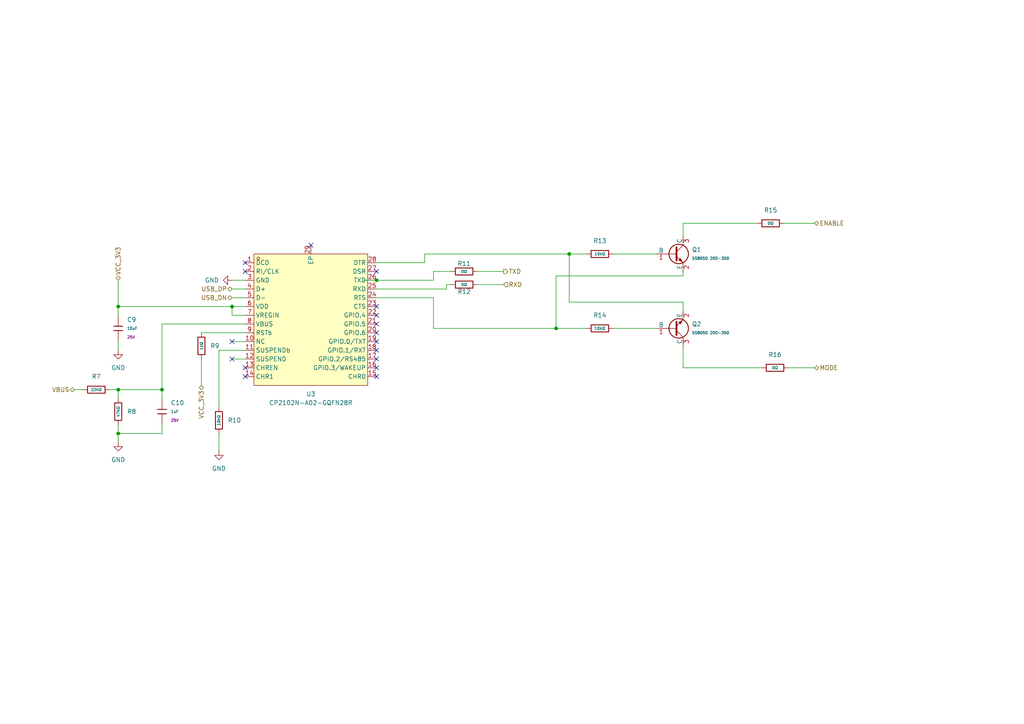
<source format=kicad_sch>
(kicad_sch (version 20250114) (generator "eeschema") (generator_version "9.0")
  (paper "A4")
  (lib_symbols
    (symbol "PCM_JLCPCB-Capacitors:0402,1uF" (pin_numbers (hide yes)) (pin_names (offset 0))
      (property "Reference" "C" (at 2.032 1.668 0))
      (property "Value" "1uF" (at 2.032 -0.3782 0))
      (property "Voltage Rated" "25V" (at 2.032 -2.0462 0))
      (symbol "0402,1uF_0_1"
        (polyline (pts (xy -1.27 0.635) (xy 1.27 0.635)) (stroke (width 0.254)))
        (polyline (pts (xy -1.27 -0.635) (xy 1.27 -0.635)) (stroke (width 0.254)))
      )
      (symbol "0402,1uF_1_1"
        (pin passive line (at 0 3.81 270) (length 3.175) (name "~") (number "1"))
        (pin passive line (at 0 -3.81 90) (length 3.175) (name "~") (number "2"))
      )
    )
    (symbol "PCM_JLCPCB-Capacitors:0603,10uF,(2)" (pin_numbers (hide yes)) (pin_names (offset 0))
      (property "Reference" "C" (at 2.032 1.668 0))
      (property "Value" "10uF" (at 2.032 -0.3782 0))
      (property "Voltage Rated" "25V" (at 2.032 -2.0462 0))
      (symbol "0603,10uF,(2)_0_1"
        (polyline (pts (xy -1.27 0.635) (xy 1.27 0.635)) (stroke (width 0.254)))
        (polyline (pts (xy -1.27 -0.635) (xy 1.27 -0.635)) (stroke (width 0.254)))
      )
      (symbol "0603,10uF,(2)_1_1"
        (pin passive line (at 0 3.81 270) (length 3.175) (name "~") (number "1"))
        (pin passive line (at 0 -3.81 90) (length 3.175) (name "~") (number "2"))
      )
    )
    (symbol "PCM_JLCPCB-Resistors:0402,0Ω" (pin_numbers (hide yes)) (pin_names (offset 0))
      (property "Reference" "R" (at 1.778 0 0))
      (property "Value" "0Ω" (at 0 0 90))
      (symbol "0402,0Ω_0_1"
        (rectangle (start -1.016 2.54) (end 1.016 -2.54) (stroke (width 0.254)))
      )
      (symbol "0402,0Ω_1_1"
        (pin passive line (at 0 3.81 270) (length 1.27) (name "~") (number "1"))
        (pin passive line (at 0 -3.81 90) (length 1.27) (name "~") (number "2"))
      )
    )
    (symbol "PCM_JLCPCB-Resistors:0402,10kΩ" (pin_numbers (hide yes)) (pin_names (offset 0))
      (property "Reference" "R" (at 1.778 0 0))
      (property "Value" "10kΩ" (at 0 0 90))
      (symbol "0402,10kΩ_0_1"
        (rectangle (start -1.016 2.54) (end 1.016 -2.54) (stroke (width 0.254)))
      )
      (symbol "0402,10kΩ_1_1"
        (pin passive line (at 0 3.81 270) (length 1.27) (name "~") (number "1"))
        (pin passive line (at 0 -3.81 90) (length 1.27) (name "~") (number "2"))
      )
    )
    (symbol "PCM_JLCPCB-Resistors:0402,1kΩ" (pin_numbers (hide yes)) (pin_names (offset 0))
      (property "Reference" "R" (at 1.778 0 0))
      (property "Value" "1kΩ" (at 0 0 90))
      (symbol "0402,1kΩ_0_1"
        (rectangle (start -1.016 2.54) (end 1.016 -2.54) (stroke (width 0.254)))
      )
      (symbol "0402,1kΩ_1_1"
        (pin passive line (at 0 3.81 270) (length 1.27) (name "~") (number "1"))
        (pin passive line (at 0 -3.81 90) (length 1.27) (name "~") (number "2"))
      )
    )
    (symbol "PCM_JLCPCB-Resistors:0402,22kΩ" (pin_numbers (hide yes)) (pin_names (offset 0))
      (property "Reference" "R" (at 1.778 0 0))
      (property "Value" "22kΩ" (at 0 0 90))
      (symbol "0402,22kΩ_0_1"
        (rectangle (start -1.016 2.54) (end 1.016 -2.54) (stroke (width 0.254)))
      )
      (symbol "0402,22kΩ_1_1"
        (pin passive line (at 0 3.81 270) (length 1.27) (name "~") (number "1"))
        (pin passive line (at 0 -3.81 90) (length 1.27) (name "~") (number "2"))
      )
    )
    (symbol "PCM_JLCPCB-Resistors:0402,47kΩ" (pin_numbers (hide yes)) (pin_names (offset 0))
      (property "Reference" "R" (at 1.778 0 0))
      (property "Value" "47kΩ" (at 0 0 90))
      (symbol "0402,47kΩ_0_1"
        (rectangle (start -1.016 2.54) (end 1.016 -2.54) (stroke (width 0.254)))
      )
      (symbol "0402,47kΩ_1_1"
        (pin passive line (at 0 3.81 270) (length 1.27) (name "~") (number "1"))
        (pin passive line (at 0 -3.81 90) (length 1.27) (name "~") (number "2"))
      )
    )
    (symbol "PCM_JLCPCB-Transistors:NPN,SS8050 200-350" (pin_names (offset 0))
      (property "Reference" "Q" (at 4.8514 0.834 0))
      (property "Value" "SS8050 200-350" (at 4.8514 -1.2122 0))
      (symbol "NPN,SS8050 200-350_0_1"
        (polyline (pts (xy -2.54 0) (xy 0.635 0)) (stroke (width 0.1524)))
        (polyline (pts (xy 0.635 1.905) (xy 0.635 -1.905) (xy 0.635 -1.905)) (stroke (width 0.508)))
        (polyline (pts (xy 0.635 0.635) (xy 2.54 2.54)))
        (polyline (pts (xy 0.635 -0.635) (xy 2.54 -2.54) (xy 2.54 -2.54)))
        (circle (center 1.27 0) (radius 2.8194) (stroke (width 0.254)))
        (polyline (pts (xy 1.27 -1.778) (xy 1.778 -1.27) (xy 2.286 -2.286) (xy 1.27 -1.778) (xy 1.27 -1.778)) (fill (type outline)))
        (polyline (pts (xy 2.794 -1.27) (xy 2.794 -1.27)) (stroke (width 0.1524)))
        (polyline (pts (xy 2.794 -1.27) (xy 2.794 -1.27)) (stroke (width 0.1524)))
      )
      (symbol "NPN,SS8050 200-350_1_1"
        (pin input line (at -5.08 0 0) (length 2.54) (name "B") (number "1"))
        (pin open_collector line (at 2.54 5.08 270) (length 2.54) (name "C") (number "3"))
        (pin open_emitter line (at 2.54 -5.08 90) (length 2.54) (name "E") (number "2"))
      )
    )
    (symbol "lcsc-lib:CP2102N-A02-GQFN28R"
      (property "Reference" "U" (at 0 26.67 0))
      (property "Value" "CP2102N-A02-GQFN28R" (at 0 -21.59 0))
      (symbol "CP2102N-A02-GQFN28R_0_1"
        (rectangle (start -16.51 19.05) (end 16.51 -19.05) (fill (type background)))
        (circle (center -15.24 17.78) (radius 0.38))
        (pin unspecified line (at -19.05 16.51 0) (length 2.54) (name "DCD") (number "1"))
        (pin unspecified line (at -19.05 13.97 0) (length 2.54) (name "RI/CLK") (number "2"))
        (pin unspecified line (at -19.05 11.43 0) (length 2.54) (name "GND") (number "3"))
        (pin unspecified line (at -19.05 8.89 0) (length 2.54) (name "D+") (number "4"))
        (pin unspecified line (at -19.05 6.35 0) (length 2.54) (name "D-") (number "5"))
        (pin unspecified line (at -19.05 3.81 0) (length 2.54) (name "VDD") (number "6"))
        (pin unspecified line (at -19.05 1.27 0) (length 2.54) (name "VREGIN") (number "7"))
        (pin unspecified line (at -19.05 -1.27 0) (length 2.54) (name "VBUS") (number "8"))
        (pin unspecified line (at -19.05 -3.81 0) (length 2.54) (name "RSTb") (number "9"))
        (pin unspecified line (at -19.05 -6.35 0) (length 2.54) (name "NC") (number "10"))
        (pin unspecified line (at -19.05 -8.89 0) (length 2.54) (name "SUSPENDb") (number "11"))
        (pin unspecified line (at -19.05 -11.43 0) (length 2.54) (name "SUSPEND") (number "12"))
        (pin unspecified line (at -19.05 -13.97 0) (length 2.54) (name "CHREN") (number "13"))
        (pin unspecified line (at -19.05 -16.51 0) (length 2.54) (name "CHR1") (number "14"))
        (pin unspecified line (at 0 21.59 270) (length 2.54) (name "EP") (number "29"))
        (pin unspecified line (at 19.05 16.51 180) (length 2.54) (name "DTR") (number "28"))
        (pin unspecified line (at 19.05 13.97 180) (length 2.54) (name "DSR") (number "27"))
        (pin unspecified line (at 19.05 11.43 180) (length 2.54) (name "TXD") (number "26"))
        (pin unspecified line (at 19.05 8.89 180) (length 2.54) (name "RXD") (number "25"))
        (pin unspecified line (at 19.05 6.35 180) (length 2.54) (name "RTS") (number "24"))
        (pin unspecified line (at 19.05 3.81 180) (length 2.54) (name "CTS") (number "23"))
        (pin unspecified line (at 19.05 1.27 180) (length 2.54) (name "GPIO.4") (number "22"))
        (pin unspecified line (at 19.05 -1.27 180) (length 2.54) (name "GPIO.5") (number "21"))
        (pin unspecified line (at 19.05 -3.81 180) (length 2.54) (name "GPIO.6") (number "20"))
        (pin unspecified line (at 19.05 -6.35 180) (length 2.54) (name "GPIO.0/TXT") (number "19"))
        (pin unspecified line (at 19.05 -8.89 180) (length 2.54) (name "GPIO.1/RXT") (number "18"))
        (pin unspecified line (at 19.05 -11.43 180) (length 2.54) (name "GPIO.2/RS485") (number "17"))
        (pin unspecified line (at 19.05 -13.97 180) (length 2.54) (name "GPIO.3/WAKEUP") (number "16"))
        (pin unspecified line (at 19.05 -16.51 180) (length 2.54) (name "CHR0") (number "15"))
      )
    )
    (symbol "power:GND" (power) (pin_numbers (hide yes)) (pin_names (offset 0) (hide yes))
      (property "Value" "GND" (at 0 -3.81 0))
      (symbol "GND_0_1"
        (polyline (pts (xy 0 0) (xy 0 -1.27) (xy 1.27 -1.27) (xy 0 -2.54) (xy -1.27 -1.27) (xy 0 -1.27)))
      )
      (symbol "GND_1_1"
        (pin power_in line (at 0 0 270) (length 0) (name "~") (number "1"))
      )
    )
  )
  (junction (at 34.29 113.03))
  (junction (at 34.29 125.73))
  (junction (at 46.99 113.03))
  (junction (at 67.31 88.9))
  (junction (at 165.1 73.66))
  (junction (at 34.29 88.9))
  (junction (at 161.29 95.25))
  (junction (at 109.22 81.28))
  (no_connect (at 109.22 96.52))
  (no_connect (at 109.22 99.06))
  (no_connect (at 71.12 76.2))
  (no_connect (at 109.22 88.9))
  (no_connect (at 109.22 101.6))
  (no_connect (at 67.31 99.06))
  (no_connect (at 109.22 106.68))
  (no_connect (at 67.31 104.14))
  (no_connect (at 109.22 93.98))
  (no_connect (at 90.17 71.12))
  (no_connect (at 109.22 104.14))
  (no_connect (at 109.22 91.44))
  (no_connect (at 71.12 78.74))
  (no_connect (at 71.12 106.68))
  (no_connect (at 109.22 109.22))
  (no_connect (at 71.12 109.22))
  (no_connect (at 109.22 78.74))
  (wire (pts (xy 46.99 123.19) (xy 46.99 125.73)))
  (wire (pts (xy 71.12 93.98) (xy 46.99 93.98)))
  (wire (pts (xy 123.19 73.66) (xy 165.1 73.66)))
  (wire (pts (xy 125.73 81.28) (xy 109.22 81.28)))
  (wire (pts (xy 198.12 78.74) (xy 198.12 80.01)))
  (wire (pts (xy 161.29 95.25) (xy 170.18 95.25)))
  (wire (pts (xy 34.29 88.9) (xy 67.31 88.9)))
  (wire (pts (xy 177.8 73.66) (xy 190.5 73.66)))
  (wire (pts (xy 46.99 93.98) (xy 46.99 113.03)))
  (wire (pts (xy 129.54 83.82) (xy 109.22 83.82)))
  (wire (pts (xy 165.1 87.63) (xy 165.1 73.66)))
  (wire (pts (xy 123.19 73.66) (xy 123.19 76.2)))
  (wire (pts (xy 125.73 95.25) (xy 125.73 86.36)))
  (wire (pts (xy 165.1 73.66) (xy 170.18 73.66)))
  (wire (pts (xy 58.42 104.14) (xy 58.42 111.76)))
  (wire (pts (xy 125.73 78.74) (xy 125.73 81.28)))
  (wire (pts (xy 46.99 115.57) (xy 46.99 113.03)))
  (wire (pts (xy 34.29 125.73) (xy 46.99 125.73)))
  (wire (pts (xy 58.42 96.52) (xy 71.12 96.52)))
  (wire (pts (xy 71.12 88.9) (xy 67.31 88.9)))
  (wire (pts (xy 67.31 91.44) (xy 71.12 91.44)))
  (wire (pts (xy 34.29 88.9) (xy 34.29 91.44)))
  (wire (pts (xy 67.31 88.9) (xy 67.31 91.44)))
  (wire (pts (xy 198.12 64.77) (xy 219.71 64.77)))
  (wire (pts (xy 34.29 125.73) (xy 34.29 128.27)))
  (wire (pts (xy 21.59 113.03) (xy 24.13 113.03)))
  (wire (pts (xy 63.5 125.73) (xy 63.5 130.81)))
  (wire (pts (xy 67.31 83.82) (xy 71.12 83.82)))
  (wire (pts (xy 198.12 80.01) (xy 161.29 80.01)))
  (wire (pts (xy 177.8 95.25) (xy 190.5 95.25)))
  (wire (pts (xy 198.12 90.17) (xy 198.12 87.63)))
  (wire (pts (xy 198.12 100.33) (xy 198.12 106.68)))
  (wire (pts (xy 71.12 101.6) (xy 63.5 101.6)))
  (wire (pts (xy 129.54 82.55) (xy 130.81 82.55)))
  (wire (pts (xy 67.31 81.28) (xy 71.12 81.28)))
  (wire (pts (xy 63.5 101.6) (xy 63.5 118.11)))
  (wire (pts (xy 227.33 64.77) (xy 236.22 64.77)))
  (wire (pts (xy 129.54 82.55) (xy 129.54 83.82)))
  (wire (pts (xy 34.29 113.03) (xy 34.29 115.57)))
  (wire (pts (xy 125.73 95.25) (xy 161.29 95.25)))
  (wire (pts (xy 138.43 78.74) (xy 146.05 78.74)))
  (wire (pts (xy 138.43 82.55) (xy 146.05 82.55)))
  (wire (pts (xy 125.73 86.36) (xy 109.22 86.36)))
  (wire (pts (xy 67.31 86.36) (xy 71.12 86.36)))
  (wire (pts (xy 67.31 99.06) (xy 71.12 99.06)))
  (wire (pts (xy 161.29 80.01) (xy 161.29 95.25)))
  (wire (pts (xy 34.29 123.19) (xy 34.29 125.73)))
  (wire (pts (xy 31.75 113.03) (xy 34.29 113.03)))
  (wire (pts (xy 34.29 113.03) (xy 46.99 113.03)))
  (wire (pts (xy 228.6 106.68) (xy 236.22 106.68)))
  (wire (pts (xy 34.29 99.06) (xy 34.29 101.6)))
  (wire (pts (xy 123.19 76.2) (xy 109.22 76.2)))
  (wire (pts (xy 198.12 68.58) (xy 198.12 64.77)))
  (wire (pts (xy 125.73 78.74) (xy 130.81 78.74)))
  (wire (pts (xy 198.12 106.68) (xy 220.98 106.68)))
  (wire (pts (xy 105.41 81.28) (xy 109.22 81.28)))
  (wire (pts (xy 67.31 104.14) (xy 71.12 104.14)))
  (wire (pts (xy 34.29 81.28) (xy 34.29 88.9)))
  (wire (pts (xy 198.12 87.63) (xy 165.1 87.63)))
  (hierarchical_label "USB_DP" (shape bidirectional) (at 67.31 83.82 180))
  (hierarchical_label "MODE" (shape bidirectional) (at 236.22 106.68 0))
  (hierarchical_label "VCC_3V3" (shape bidirectional) (at 34.29 81.28 90))
  (hierarchical_label "RXD" (shape input) (at 146.05 82.55 0))
  (hierarchical_label "VBUS" (shape bidirectional) (at 21.59 113.03 180))
  (hierarchical_label "TXD" (shape output) (at 146.05 78.74 0))
  (hierarchical_label "VCC_3V3" (shape bidirectional) (at 58.42 111.76 270))
  (hierarchical_label "USB_DN" (shape bidirectional) (at 67.31 86.36 180))
  (hierarchical_label "ENABLE" (shape bidirectional) (at 236.22 64.77 0))
  (symbol (lib_id "PCM_JLCPCB-Resistors:0402,47kΩ") (at 34.29 119.38 0) (unit 1)
    (property "Reference" "R8" (at 36.83 119.3799 0) (effects (justify left)))
    (property "Value" "47kΩ" (at 34.29 119.38 90) (effects (font (size 0.8 0.8))))
    (property "Footprint" "PCM_JLCPCB:R_0402" (effects (hide yes)))
    (property "Datasheet" "https://www.lcsc.com/datasheet/lcsc_datasheet_2206010100_UNI-ROYAL-Uniroyal-Elec-0402WGF4702TCE_C25792.pdf" (effects (hide yes)))
    (property "Description" "62.5mW Thick Film Resistors 50V ±100ppm/°C ±1% 47kΩ 0402 Chip Resistor - Surface Mount ROHS" (effects (hide yes)))
    (property "LCSC" "C25792" (effects (hide yes)))
    (property "Stock" "2583357" (effects (hide yes)))
    (property "Price" "0.004USD" (effects (hide yes)))
    (property "Process" "SMT" (effects (hide yes)))
    (property "Minimum Qty" "20" (effects (hide yes)))
    (property "Attrition Qty" "10" (effects (hide yes)))
    (property "Class" "Basic Component" (effects (hide yes)))
    (property "Category" "Resistors,Chip Resistor - Surface Mount" (effects (hide yes)))
    (property "Manufacturer" "UNI-ROYAL(Uniroyal Elec)" (effects (hide yes)))
    (property "Part" "0402WGF4702TCE" (effects (hide yes)))
    (property "Resistance" "47kΩ" (effects (hide yes)))
    (property "Power(Watts)" "62.5mW" (effects (hide yes)))
    (property "Type" "Thick Film Resistors" (effects (hide yes)))
    (property "Overload Voltage (Max)" "50V" (effects (hide yes)))
    (property "Operating Temperature Range" "-55°C~+155°C" (effects (hide yes)))
    (property "Tolerance" "±1%" (effects (hide yes)))
    (property "Temperature Coefficient" "±100ppm/°C" (effects (hide yes)))
  )
  (symbol (lib_id "power:GND") (at 34.29 101.6 0) (unit 1)
    (property "Reference" "#PWR023" (effects (hide yes)))
    (property "Value" "GND" (at 34.29 106.68 0))
    (property "Description" "Power symbol creates a global label with name \"GND\" , ground" (effects (hide yes)))
  )
  (symbol (lib_id "PCM_JLCPCB-Resistors:0402,0Ω") (at 223.52 64.77 90) (unit 1)
    (property "Reference" "R15" (at 223.52 60.96 90))
    (property "Value" "0Ω" (at 223.52 64.77 90) (effects (font (size 0.8 0.8))))
    (property "Footprint" "PCM_JLCPCB:R_0402" (effects (hide yes)))
    (property "Datasheet" "https://www.lcsc.com/datasheet/lcsc_datasheet_2206010216_UNI-ROYAL-Uniroyal-Elec-0402WGF0000TCE_C17168.pdf" (effects (hide yes)))
    (property "Description" "62.5mW Thick Film Resistors 50V ±800ppm/°C ±1% 0Ω 0402 Chip Resistor - Surface Mount ROHS" (effects (hide yes)))
    (property "LCSC" "C17168" (effects (hide yes)))
    (property "Stock" "3523035" (effects (hide yes)))
    (property "Price" "0.004USD" (effects (hide yes)))
    (property "Process" "SMT" (effects (hide yes)))
    (property "Minimum Qty" "20" (effects (hide yes)))
    (property "Attrition Qty" "10" (effects (hide yes)))
    (property "Class" "Basic Component" (effects (hide yes)))
    (property "Category" "Resistors,Chip Resistor - Surface Mount" (effects (hide yes)))
    (property "Manufacturer" "UNI-ROYAL(Uniroyal Elec)" (effects (hide yes)))
    (property "Part" "0402WGF0000TCE" (effects (hide yes)))
    (property "Resistance" "0Ω" (effects (hide yes)))
    (property "Power(Watts)" "62.5mW" (effects (hide yes)))
    (property "Type" "Thick Film Resistors" (effects (hide yes)))
    (property "Overload Voltage (Max)" "50V" (effects (hide yes)))
    (property "Operating Temperature Range" "-55°C~+155°C" (effects (hide yes)))
    (property "Tolerance" "±1%" (effects (hide yes)))
    (property "Temperature Coefficient" "±800ppm/°C" (effects (hide yes)))
  )
  (symbol (lib_id "PCM_JLCPCB-Resistors:0402,0Ω") (at 134.62 82.55 90) (unit 1)
    (property "Reference" "R12" (at 134.62 84.582 90))
    (property "Value" "0Ω" (at 134.62 82.55 90) (effects (font (size 0.8 0.8))))
    (property "Footprint" "PCM_JLCPCB:R_0402" (effects (hide yes)))
    (property "Datasheet" "https://www.lcsc.com/datasheet/lcsc_datasheet_2206010216_UNI-ROYAL-Uniroyal-Elec-0402WGF0000TCE_C17168.pdf" (effects (hide yes)))
    (property "Description" "62.5mW Thick Film Resistors 50V ±800ppm/°C ±1% 0Ω 0402 Chip Resistor - Surface Mount ROHS" (effects (hide yes)))
    (property "LCSC" "C17168" (effects (hide yes)))
    (property "Stock" "3523035" (effects (hide yes)))
    (property "Price" "0.004USD" (effects (hide yes)))
    (property "Process" "SMT" (effects (hide yes)))
    (property "Minimum Qty" "20" (effects (hide yes)))
    (property "Attrition Qty" "10" (effects (hide yes)))
    (property "Class" "Basic Component" (effects (hide yes)))
    (property "Category" "Resistors,Chip Resistor - Surface Mount" (effects (hide yes)))
    (property "Manufacturer" "UNI-ROYAL(Uniroyal Elec)" (effects (hide yes)))
    (property "Part" "0402WGF0000TCE" (effects (hide yes)))
    (property "Resistance" "0Ω" (effects (hide yes)))
    (property "Power(Watts)" "62.5mW" (effects (hide yes)))
    (property "Type" "Thick Film Resistors" (effects (hide yes)))
    (property "Overload Voltage (Max)" "50V" (effects (hide yes)))
    (property "Operating Temperature Range" "-55°C~+155°C" (effects (hide yes)))
    (property "Tolerance" "±1%" (effects (hide yes)))
    (property "Temperature Coefficient" "±800ppm/°C" (effects (hide yes)))
  )
  (symbol (lib_id "PCM_JLCPCB-Resistors:0402,10kΩ") (at 173.99 95.25 90) (unit 1)
    (property "Reference" "R14" (at 173.99 91.44 90))
    (property "Value" "10kΩ" (at 173.99 95.25 90) (effects (font (size 0.8 0.8))))
    (property "Footprint" "PCM_JLCPCB:R_0402" (effects (hide yes)))
    (property "Datasheet" "https://www.lcsc.com/datasheet/lcsc_datasheet_2411221126_UNI-ROYAL-Uniroyal-Elec-0402WGF1002TCE_C25744.pdf" (effects (hide yes)))
    (property "Description" "62.5mW Thick Film Resistors 50V ±100ppm/°C ±1% 10kΩ 0402 Chip Resistor - Surface Mount ROHS" (effects (hide yes)))
    (property "LCSC" "C25744" (effects (hide yes)))
    (property "Stock" "12538402" (effects (hide yes)))
    (property "Price" "0.004USD" (effects (hide yes)))
    (property "Process" "SMT" (effects (hide yes)))
    (property "Minimum Qty" "5" (effects (hide yes)))
    (property "Attrition Qty" "10" (effects (hide yes)))
    (property "Class" "Basic Component" (effects (hide yes)))
    (property "Category" "Resistors,Chip Resistor - Surface Mount" (effects (hide yes)))
    (property "Manufacturer" "UNI-ROYAL(Uniroyal Elec)" (effects (hide yes)))
    (property "Part" "0402WGF1002TCE" (effects (hide yes)))
    (property "Resistance" "10kΩ" (effects (hide yes)))
    (property "Power(Watts)" "62.5mW" (effects (hide yes)))
    (property "Type" "Thick Film Resistors" (effects (hide yes)))
    (property "Overload Voltage (Max)" "50V" (effects (hide yes)))
    (property "Operating Temperature Range" "-55°C~+155°C" (effects (hide yes)))
    (property "Tolerance" "±1%" (effects (hide yes)))
    (property "Temperature Coefficient" "±100ppm/°C" (effects (hide yes)))
  )
  (symbol (lib_id "PCM_JLCPCB-Resistors:0402,0Ω") (at 134.62 78.74 90) (unit 1)
    (property "Reference" "R11" (at 134.62 76.454 90))
    (property "Value" "0Ω" (at 134.62 78.74 90) (effects (font (size 0.8 0.8))))
    (property "Footprint" "PCM_JLCPCB:R_0402" (effects (hide yes)))
    (property "Datasheet" "https://www.lcsc.com/datasheet/lcsc_datasheet_2206010216_UNI-ROYAL-Uniroyal-Elec-0402WGF0000TCE_C17168.pdf" (effects (hide yes)))
    (property "Description" "62.5mW Thick Film Resistors 50V ±800ppm/°C ±1% 0Ω 0402 Chip Resistor - Surface Mount ROHS" (effects (hide yes)))
    (property "LCSC" "C17168" (effects (hide yes)))
    (property "Stock" "3523035" (effects (hide yes)))
    (property "Price" "0.004USD" (effects (hide yes)))
    (property "Process" "SMT" (effects (hide yes)))
    (property "Minimum Qty" "20" (effects (hide yes)))
    (property "Attrition Qty" "10" (effects (hide yes)))
    (property "Class" "Basic Component" (effects (hide yes)))
    (property "Category" "Resistors,Chip Resistor - Surface Mount" (effects (hide yes)))
    (property "Manufacturer" "UNI-ROYAL(Uniroyal Elec)" (effects (hide yes)))
    (property "Part" "0402WGF0000TCE" (effects (hide yes)))
    (property "Resistance" "0Ω" (effects (hide yes)))
    (property "Power(Watts)" "62.5mW" (effects (hide yes)))
    (property "Type" "Thick Film Resistors" (effects (hide yes)))
    (property "Overload Voltage (Max)" "50V" (effects (hide yes)))
    (property "Operating Temperature Range" "-55°C~+155°C" (effects (hide yes)))
    (property "Tolerance" "±1%" (effects (hide yes)))
    (property "Temperature Coefficient" "±800ppm/°C" (effects (hide yes)))
  )
  (symbol (lib_id "PCM_JLCPCB-Transistors:NPN,SS8050 200-350") (at 195.58 95.25 0) (mirror x) (unit 1)
    (property "Reference" "Q2" (at 200.66 93.9799 0) (effects (justify left)))
    (property "Value" "SS8050 200-350" (at 200.66 96.52 0) (effects (font (size 0.8 0.8)) (justify left)))
    (property "Footprint" "PCM_JLCPCB:Q_SOT-23" (effects (hide yes)))
    (property "Datasheet" "https://www.lcsc.com/datasheet/lcsc_datasheet_2303221100_Jiangsu-Changjing-Electronics-Technology-Co---Ltd--SS8050-RANGE-200-350_C2150.pdf" (effects (hide yes)))
    (property "Description" "25V 300mW 200@100mA,1V 1.5A NPN SOT-23 Bipolar (BJT) ROHS" (effects (hide yes)))
    (property "LCSC" "C2150" (effects (hide yes)))
    (property "Stock" "2206322" (effects (hide yes)))
    (property "Price" "0.017USD" (effects (hide yes)))
    (property "Process" "SMT" (effects (hide yes)))
    (property "Minimum Qty" "10" (effects (hide yes)))
    (property "Attrition Qty" "5" (effects (hide yes)))
    (property "Class" "Basic Component" (effects (hide yes)))
    (property "Category" "Transistors,Bipolar Transistors - BJT" (effects (hide yes)))
    (property "Manufacturer" "Changjiang Electronics Tech (CJ)" (effects (hide yes)))
    (property "Part" "SS8050(RANGE:200-350)" (effects (hide yes)))
    (property "Transition Frequency (fT)" "100MHz" (effects (hide yes)))
    (property "Operating Temperature" "-55°C~+150°C" (effects (hide yes)))
    (property "Collector Cut-Off Current (Icbo)" "100nA" (effects (hide yes)))
    (property "Transistor Type" "NPN" (effects (hide yes)))
    (property "DC Current Gain (hFE@Ic,Vce)" "200@800mA,1V" (effects (hide yes)))
    (property "Power Dissipation (Pd)" "300mW" (effects (hide yes)))
    (property "Collector Current (Ic)" "1.5A" (effects (hide yes)))
    (property "Collector-Emitter Saturation Voltage (VCE(sat)@Ic,Ib)" "500mV@800mA,80mA" (effects (hide yes)))
    (property "Collector-Emitter Breakdown Voltage (Vceo)" "25V" (effects (hide yes)))
  )
  (symbol (lib_id "lcsc-lib:CP2102N-A02-GQFN28R") (at 90.17 92.71 0) (unit 1)
    (property "Reference" "U3" (at 90.17 114.3 0))
    (property "Value" "CP2102N-A02-GQFN28R" (at 90.17 116.84 0))
    (property "Footprint" "lcsc-lib:QFN-28_L5.0-W5.0-P0.50-TL-EP3.3" (effects (hide yes)))
    (property "Datasheet" "https://www.silabs.com/documents/public/data-sheets/cp2102n-datasheet.pdf" (effects (hide yes)))
    (property "LCSC Part" "C964632" (effects (hide yes)))
  )
  (symbol (lib_id "PCM_JLCPCB-Resistors:0402,22kΩ") (at 27.94 113.03 90) (unit 1)
    (property "Reference" "R7" (at 27.94 109.22 90))
    (property "Value" "22kΩ" (at 27.94 113.03 90) (effects (font (size 0.8 0.8))))
    (property "Footprint" "PCM_JLCPCB:R_0402" (effects (hide yes)))
    (property "Datasheet" "https://www.lcsc.com/datasheet/lcsc_datasheet_2206010100_UNI-ROYAL-Uniroyal-Elec-0402WGF2202TCE_C25768.pdf" (effects (hide yes)))
    (property "Description" "62.5mW Thick Film Resistors 50V ±100ppm/°C ±1% 22kΩ 0402 Chip Resistor - Surface Mount ROHS" (effects (hide yes)))
    (property "LCSC" "C25768" (effects (hide yes)))
    (property "Stock" "503032" (effects (hide yes)))
    (property "Price" "0.004USD" (effects (hide yes)))
    (property "Process" "SMT" (effects (hide yes)))
    (property "Minimum Qty" "20" (effects (hide yes)))
    (property "Attrition Qty" "10" (effects (hide yes)))
    (property "Class" "Basic Component" (effects (hide yes)))
    (property "Category" "Resistors,Chip Resistor - Surface Mount" (effects (hide yes)))
    (property "Manufacturer" "UNI-ROYAL(Uniroyal Elec)" (effects (hide yes)))
    (property "Part" "0402WGF2202TCE" (effects (hide yes)))
    (property "Resistance" "22kΩ" (effects (hide yes)))
    (property "Power(Watts)" "62.5mW" (effects (hide yes)))
    (property "Type" "Thick Film Resistors" (effects (hide yes)))
    (property "Overload Voltage (Max)" "50V" (effects (hide yes)))
    (property "Operating Temperature Range" "-55°C~+155°C" (effects (hide yes)))
    (property "Tolerance" "±1%" (effects (hide yes)))
    (property "Temperature Coefficient" "±100ppm/°C" (effects (hide yes)))
  )
  (symbol (lib_id "power:GND") (at 67.31 81.28 270) (unit 1)
    (property "Reference" "#PWR022" (effects (hide yes)))
    (property "Value" "GND" (at 63.5 81.2799 90) (effects (justify right)))
    (property "Description" "Power symbol creates a global label with name \"GND\" , ground" (effects (hide yes)))
  )
  (symbol (lib_id "power:GND") (at 63.5 130.81 0) (unit 1)
    (property "Reference" "#PWR025" (effects (hide yes)))
    (property "Value" "GND" (at 63.5 135.89 0))
    (property "Description" "Power symbol creates a global label with name \"GND\" , ground" (effects (hide yes)))
  )
  (symbol (lib_id "PCM_JLCPCB-Resistors:0402,10kΩ") (at 173.99 73.66 90) (unit 1)
    (property "Reference" "R13" (at 173.99 69.85 90))
    (property "Value" "10kΩ" (at 173.99 73.66 90) (effects (font (size 0.8 0.8))))
    (property "Footprint" "PCM_JLCPCB:R_0402" (effects (hide yes)))
    (property "Datasheet" "https://www.lcsc.com/datasheet/lcsc_datasheet_2411221126_UNI-ROYAL-Uniroyal-Elec-0402WGF1002TCE_C25744.pdf" (effects (hide yes)))
    (property "Description" "62.5mW Thick Film Resistors 50V ±100ppm/°C ±1% 10kΩ 0402 Chip Resistor - Surface Mount ROHS" (effects (hide yes)))
    (property "LCSC" "C25744" (effects (hide yes)))
    (property "Stock" "12538402" (effects (hide yes)))
    (property "Price" "0.004USD" (effects (hide yes)))
    (property "Process" "SMT" (effects (hide yes)))
    (property "Minimum Qty" "5" (effects (hide yes)))
    (property "Attrition Qty" "10" (effects (hide yes)))
    (property "Class" "Basic Component" (effects (hide yes)))
    (property "Category" "Resistors,Chip Resistor - Surface Mount" (effects (hide yes)))
    (property "Manufacturer" "UNI-ROYAL(Uniroyal Elec)" (effects (hide yes)))
    (property "Part" "0402WGF1002TCE" (effects (hide yes)))
    (property "Resistance" "10kΩ" (effects (hide yes)))
    (property "Power(Watts)" "62.5mW" (effects (hide yes)))
    (property "Type" "Thick Film Resistors" (effects (hide yes)))
    (property "Overload Voltage (Max)" "50V" (effects (hide yes)))
    (property "Operating Temperature Range" "-55°C~+155°C" (effects (hide yes)))
    (property "Tolerance" "±1%" (effects (hide yes)))
    (property "Temperature Coefficient" "±100ppm/°C" (effects (hide yes)))
  )
  (symbol (lib_id "PCM_JLCPCB-Resistors:0402,0Ω") (at 224.79 106.68 90) (unit 1)
    (property "Reference" "R16" (at 224.79 102.87 90))
    (property "Value" "0Ω" (at 224.79 106.68 90) (effects (font (size 0.8 0.8))))
    (property "Footprint" "PCM_JLCPCB:R_0402" (effects (hide yes)))
    (property "Datasheet" "https://www.lcsc.com/datasheet/lcsc_datasheet_2206010216_UNI-ROYAL-Uniroyal-Elec-0402WGF0000TCE_C17168.pdf" (effects (hide yes)))
    (property "Description" "62.5mW Thick Film Resistors 50V ±800ppm/°C ±1% 0Ω 0402 Chip Resistor - Surface Mount ROHS" (effects (hide yes)))
    (property "LCSC" "C17168" (effects (hide yes)))
    (property "Stock" "3523035" (effects (hide yes)))
    (property "Price" "0.004USD" (effects (hide yes)))
    (property "Process" "SMT" (effects (hide yes)))
    (property "Minimum Qty" "20" (effects (hide yes)))
    (property "Attrition Qty" "10" (effects (hide yes)))
    (property "Class" "Basic Component" (effects (hide yes)))
    (property "Category" "Resistors,Chip Resistor - Surface Mount" (effects (hide yes)))
    (property "Manufacturer" "UNI-ROYAL(Uniroyal Elec)" (effects (hide yes)))
    (property "Part" "0402WGF0000TCE" (effects (hide yes)))
    (property "Resistance" "0Ω" (effects (hide yes)))
    (property "Power(Watts)" "62.5mW" (effects (hide yes)))
    (property "Type" "Thick Film Resistors" (effects (hide yes)))
    (property "Overload Voltage (Max)" "50V" (effects (hide yes)))
    (property "Operating Temperature Range" "-55°C~+155°C" (effects (hide yes)))
    (property "Tolerance" "±1%" (effects (hide yes)))
    (property "Temperature Coefficient" "±800ppm/°C" (effects (hide yes)))
  )
  (symbol (lib_id "PCM_JLCPCB-Resistors:0402,1kΩ") (at 58.42 100.33 0) (unit 1)
    (property "Reference" "R9" (at 60.96 100.3299 0) (effects (justify left)))
    (property "Value" "1kΩ" (at 58.42 100.33 90) (effects (font (size 0.8 0.8))))
    (property "Footprint" "PCM_JLCPCB:R_0402" (effects (hide yes)))
    (property "Datasheet" "https://www.lcsc.com/datasheet/lcsc_datasheet_2206010216_UNI-ROYAL-Uniroyal-Elec-0402WGF1001TCE_C11702.pdf" (effects (hide yes)))
    (property "Description" "62.5mW Thick Film Resistors 50V ±100ppm/°C ±1% 1kΩ 0402 Chip Resistor - Surface Mount ROHS" (effects (hide yes)))
    (property "LCSC" "C11702" (effects (hide yes)))
    (property "Stock" "17432990" (effects (hide yes)))
    (property "Price" "0.004USD" (effects (hide yes)))
    (property "Process" "SMT" (effects (hide yes)))
    (property "Minimum Qty" "20" (effects (hide yes)))
    (property "Attrition Qty" "10" (effects (hide yes)))
    (property "Class" "Basic Component" (effects (hide yes)))
    (property "Category" "Resistors,Chip Resistor - Surface Mount" (effects (hide yes)))
    (property "Manufacturer" "UNI-ROYAL(Uniroyal Elec)" (effects (hide yes)))
    (property "Part" "0402WGF1001TCE" (effects (hide yes)))
    (property "Resistance" "1kΩ" (effects (hide yes)))
    (property "Power(Watts)" "62.5mW" (effects (hide yes)))
    (property "Type" "Thick Film Resistors" (effects (hide yes)))
    (property "Overload Voltage (Max)" "50V" (effects (hide yes)))
    (property "Operating Temperature Range" "-55°C~+155°C" (effects (hide yes)))
    (property "Tolerance" "±1%" (effects (hide yes)))
    (property "Temperature Coefficient" "±100ppm/°C" (effects (hide yes)))
  )
  (symbol (lib_id "PCM_JLCPCB-Capacitors:0603,10uF,(2)") (at 34.29 95.25 0) (unit 1)
    (property "Reference" "C9" (at 36.83 92.7099 0) (effects (justify left)))
    (property "Value" "10uF" (at 36.83 95.25 0) (effects (font (size 0.8 0.8)) (justify left)))
    (property "Footprint" "PCM_JLCPCB:C_0603" (effects (hide yes)))
    (property "Datasheet" "https://www.lcsc.com/datasheet/lcsc_datasheet_2304140030_Samsung-Electro-Mechanics-CL10A106MA8NRNC_C96446.pdf" (effects (hide yes)))
    (property "Description" "25V 10uF X5R ±20% 0603 Multilayer Ceramic Capacitors MLCC - SMD/SMT ROHS" (effects (hide yes)))
    (property "LCSC" "C96446" (effects (hide yes)))
    (property "Stock" "2802588" (effects (hide yes)))
    (property "Price" "0.021USD" (effects (hide yes)))
    (property "Process" "SMT" (effects (hide yes)))
    (property "Minimum Qty" "20" (effects (hide yes)))
    (property "Attrition Qty" "8" (effects (hide yes)))
    (property "Class" "Basic Component" (effects (hide yes)))
    (property "Category" "Capacitors,Multilayer Ceramic Capacitors MLCC - SMD/SMT" (effects (hide yes)))
    (property "Manufacturer" "Samsung Electro-Mechanics" (effects (hide yes)))
    (property "Part" "CL10A106MA8NRNC" (effects (hide yes)))
    (property "Voltage Rated" "25V" (at 36.83 97.79 0) (effects (font (size 0.8 0.8)) (justify left)))
    (property "Tolerance" "±20%" (effects (hide yes)))
    (property "Capacitance" "10uF" (effects (hide yes)))
    (property "Temperature Coefficient" "X5R" (effects (hide yes)))
  )
  (symbol (lib_id "PCM_JLCPCB-Capacitors:0402,1uF") (at 46.99 119.38 0) (unit 1)
    (property "Reference" "C10" (at 49.53 116.8399 0) (effects (justify left)))
    (property "Value" "1uF" (at 49.53 119.38 0) (effects (font (size 0.8 0.8)) (justify left)))
    (property "Footprint" "PCM_JLCPCB:C_0402" (effects (hide yes)))
    (property "Datasheet" "https://www.lcsc.com/datasheet/lcsc_datasheet_2304140030_Samsung-Electro-Mechanics-CL05A105KA5NQNC_C52923.pdf" (effects (hide yes)))
    (property "Description" "25V 1uF X5R ±10% 0402 Multilayer Ceramic Capacitors MLCC - SMD/SMT ROHS" (effects (hide yes)))
    (property "LCSC" "C52923" (effects (hide yes)))
    (property "Stock" "5677640" (effects (hide yes)))
    (property "Price" "0.006USD" (effects (hide yes)))
    (property "Process" "SMT" (effects (hide yes)))
    (property "Minimum Qty" "20" (effects (hide yes)))
    (property "Attrition Qty" "10" (effects (hide yes)))
    (property "Class" "Basic Component" (effects (hide yes)))
    (property "Category" "Capacitors,Multilayer Ceramic Capacitors MLCC - SMD/SMT" (effects (hide yes)))
    (property "Manufacturer" "Samsung Electro-Mechanics" (effects (hide yes)))
    (property "Part" "CL05A105KA5NQNC" (effects (hide yes)))
    (property "Voltage Rated" "25V" (at 49.53 121.92 0) (effects (font (size 0.8 0.8)) (justify left)))
    (property "Tolerance" "±10%" (effects (hide yes)))
    (property "Capacitance" "1uF" (effects (hide yes)))
    (property "Temperature Coefficient" "X5R" (effects (hide yes)))
  )
  (symbol (lib_id "PCM_JLCPCB-Resistors:0402,10kΩ") (at 63.5 121.92 0) (unit 1)
    (property "Reference" "R10" (at 66.04 121.9199 0) (effects (justify left)))
    (property "Value" "10kΩ" (at 63.5 121.92 90) (effects (font (size 0.8 0.8))))
    (property "Footprint" "PCM_JLCPCB:R_0402" (effects (hide yes)))
    (property "Datasheet" "https://www.lcsc.com/datasheet/lcsc_datasheet_2411221126_UNI-ROYAL-Uniroyal-Elec-0402WGF1002TCE_C25744.pdf" (effects (hide yes)))
    (property "Description" "62.5mW Thick Film Resistors 50V ±100ppm/°C ±1% 10kΩ 0402 Chip Resistor - Surface Mount ROHS" (effects (hide yes)))
    (property "LCSC" "C25744" (effects (hide yes)))
    (property "Stock" "12538402" (effects (hide yes)))
    (property "Price" "0.004USD" (effects (hide yes)))
    (property "Process" "SMT" (effects (hide yes)))
    (property "Minimum Qty" "5" (effects (hide yes)))
    (property "Attrition Qty" "10" (effects (hide yes)))
    (property "Class" "Basic Component" (effects (hide yes)))
    (property "Category" "Resistors,Chip Resistor - Surface Mount" (effects (hide yes)))
    (property "Manufacturer" "UNI-ROYAL(Uniroyal Elec)" (effects (hide yes)))
    (property "Part" "0402WGF1002TCE" (effects (hide yes)))
    (property "Resistance" "10kΩ" (effects (hide yes)))
    (property "Power(Watts)" "62.5mW" (effects (hide yes)))
    (property "Type" "Thick Film Resistors" (effects (hide yes)))
    (property "Overload Voltage (Max)" "50V" (effects (hide yes)))
    (property "Operating Temperature Range" "-55°C~+155°C" (effects (hide yes)))
    (property "Tolerance" "±1%" (effects (hide yes)))
    (property "Temperature Coefficient" "±100ppm/°C" (effects (hide yes)))
  )
  (symbol (lib_id "power:GND") (at 34.29 128.27 0) (unit 1)
    (property "Reference" "#PWR024" (effects (hide yes)))
    (property "Value" "GND" (at 34.29 133.35 0))
    (property "Description" "Power symbol creates a global label with name \"GND\" , ground" (effects (hide yes)))
  )
  (symbol (lib_id "PCM_JLCPCB-Transistors:NPN,SS8050 200-350") (at 195.58 73.66 0) (unit 1)
    (property "Reference" "Q1" (at 200.66 72.3899 0) (effects (justify left)))
    (property "Value" "SS8050 200-350" (at 200.66 74.93 0) (effects (font (size 0.8 0.8)) (justify left)))
    (property "Footprint" "PCM_JLCPCB:Q_SOT-23" (effects (hide yes)))
    (property "Datasheet" "https://www.lcsc.com/datasheet/lcsc_datasheet_2303221100_Jiangsu-Changjing-Electronics-Technology-Co---Ltd--SS8050-RANGE-200-350_C2150.pdf" (effects (hide yes)))
    (property "Description" "25V 300mW 200@100mA,1V 1.5A NPN SOT-23 Bipolar (BJT) ROHS" (effects (hide yes)))
    (property "LCSC" "C2150" (effects (hide yes)))
    (property "Stock" "2206322" (effects (hide yes)))
    (property "Price" "0.017USD" (effects (hide yes)))
    (property "Process" "SMT" (effects (hide yes)))
    (property "Minimum Qty" "10" (effects (hide yes)))
    (property "Attrition Qty" "5" (effects (hide yes)))
    (property "Class" "Basic Component" (effects (hide yes)))
    (property "Category" "Transistors,Bipolar Transistors - BJT" (effects (hide yes)))
    (property "Manufacturer" "Changjiang Electronics Tech (CJ)" (effects (hide yes)))
    (property "Part" "SS8050(RANGE:200-350)" (effects (hide yes)))
    (property "Transition Frequency (fT)" "100MHz" (effects (hide yes)))
    (property "Operating Temperature" "-55°C~+150°C" (effects (hide yes)))
    (property "Collector Cut-Off Current (Icbo)" "100nA" (effects (hide yes)))
    (property "Transistor Type" "NPN" (effects (hide yes)))
    (property "DC Current Gain (hFE@Ic,Vce)" "200@800mA,1V" (effects (hide yes)))
    (property "Power Dissipation (Pd)" "300mW" (effects (hide yes)))
    (property "Collector Current (Ic)" "1.5A" (effects (hide yes)))
    (property "Collector-Emitter Saturation Voltage (VCE(sat)@Ic,Ib)" "500mV@800mA,80mA" (effects (hide yes)))
    (property "Collector-Emitter Breakdown Voltage (Vceo)" "25V" (effects (hide yes)))
  )
)
</source>
